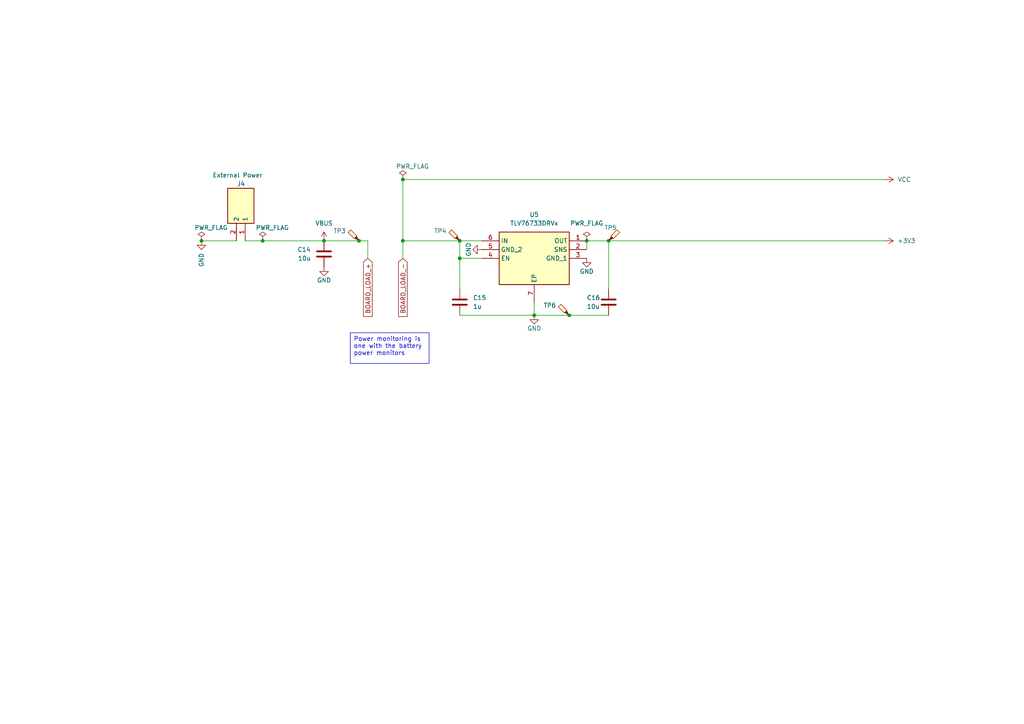
<source format=kicad_sch>
(kicad_sch (version 20231120) (generator "eeschema") (generator_version "8.0")
  (paper "A4")
  (lib_symbols
    (symbol "Connector:TestPoint_Probe" (pin_numbers hide) (pin_names (offset 0.762) hide)
      (property "Reference" "TP" (at 1.651 5.842 0))
      (property "Value" "TestPoint_Probe" (at 1.651 4.064 0))
      (symbol "TestPoint_Probe_0_1"
        (polyline (pts (xy 1.27 0.762) (xy 0 0) (xy 0.762 1.27) (xy 1.27 0.762)) (fill (type outline)))
        (polyline (pts (xy 1.397 0.635) (xy 0.635 1.397) (xy 2.413 3.175) (xy 3.175 2.413) (xy 1.397 0.635)) (fill (type background)))
      )
      (symbol "TestPoint_Probe_1_1"
        (pin passive line (at 0 0 90) (length 0) (name "1") (number "1"))
      )
    )
    (symbol "Device:C" (pin_numbers hide) (pin_names (offset 0.254))
      (property "Reference" "C" (at 0.635 2.54 0))
      (property "Value" "C" (at 0.635 -2.54 0))
      (symbol "C_0_1"
        (polyline (pts (xy -2.032 -0.762) (xy 2.032 -0.762)) (stroke (width 0.508)))
        (polyline (pts (xy -2.032 0.762) (xy 2.032 0.762)) (stroke (width 0.508)))
      )
      (symbol "C_1_1"
        (pin passive line (at 0 3.81 270) (length 2.794) (name "~") (number "1"))
        (pin passive line (at 0 -3.81 90) (length 2.794) (name "~") (number "2"))
      )
    )
    (symbol "TVSC:B2B-PH-K-S__LF__SN_"
      (property "Reference" "J" (at 16.51 7.62 0))
      (property "Value" "B2B-PH-K-S__LF__SN_" (at 16.51 5.08 0))
      (symbol "B2B-PH-K-S__LF__SN__1_1"
        (rectangle (start 5.08 2.54) (end 15.24 -5.08) (stroke (width 0.254)) (fill (type background)))
        (pin passive line (at 0 -2.54 0) (length 5.08) (name "1") (number "1"))
        (pin passive line (at 0 0 0) (length 5.08) (name "2") (number "2"))
      )
    )
    (symbol "TVSC:TLV76733DRVT"
      (property "Reference" "U" (at 26.67 7.62 0))
      (property "Value" "TLV76733DRVT" (at 26.67 5.08 0))
      (symbol "TLV76733DRVT_1_1"
        (rectangle (start 5.08 2.54) (end 25.4 -12.7) (stroke (width 0.254)) (fill (type background)))
        (pin passive line (at 0 0 0) (length 5.08) (name "OUT") (number "1"))
        (pin passive line (at 0 -2.54 0) (length 5.08) (name "SNS") (number "2"))
        (pin passive line (at 0 -5.08 0) (length 5.08) (name "GND_1") (number "3"))
        (pin passive line (at 30.48 -5.08 180) (length 5.08) (name "EN") (number "4"))
        (pin passive line (at 30.48 -2.54 180) (length 5.08) (name "GND_2") (number "5"))
        (pin passive line (at 30.48 0 180) (length 5.08) (name "IN") (number "6"))
        (pin passive line (at 15.24 -17.78 90) (length 5.08) (name "EP") (number "7"))
      )
    )
    (symbol "power:+3V3" (power) (pin_numbers hide) (pin_names (offset 0) hide)
      (property "Value" "+3V3" (at 0 3.556 0))
      (symbol "+3V3_0_1"
        (polyline (pts (xy -0.762 1.27) (xy 0 2.54)))
        (polyline (pts (xy 0 0) (xy 0 2.54)))
        (polyline (pts (xy 0 2.54) (xy 0.762 1.27)))
      )
      (symbol "+3V3_1_1"
        (pin power_in line (at 0 0 90) (length 0) (name "~") (number "1"))
      )
    )
    (symbol "power:GND" (power) (pin_numbers hide) (pin_names (offset 0) hide)
      (property "Value" "GND" (at 0 -3.81 0))
      (symbol "GND_0_1"
        (polyline (pts (xy 0 0) (xy 0 -1.27) (xy 1.27 -1.27) (xy 0 -2.54) (xy -1.27 -1.27) (xy 0 -1.27)))
      )
      (symbol "GND_1_1"
        (pin power_in line (at 0 0 270) (length 0) (name "~") (number "1"))
      )
    )
    (symbol "power:PWR_FLAG" (power) (pin_numbers hide) (pin_names (offset 0) hide)
      (property "Value" "PWR_FLAG" (at 0 3.81 0))
      (symbol "PWR_FLAG_0_0"
        (pin power_out line (at 0 0 90) (length 0) (name "~") (number "1"))
      )
      (symbol "PWR_FLAG_0_1"
        (polyline (pts (xy 0 0) (xy 0 1.27) (xy -1.016 1.905) (xy 0 2.54) (xy 1.016 1.905) (xy 0 1.27)))
      )
    )
    (symbol "power:VBUS" (power) (pin_numbers hide) (pin_names (offset 0) hide)
      (property "Value" "VBUS" (at 0 3.556 0))
      (symbol "VBUS_0_1"
        (polyline (pts (xy -0.762 1.27) (xy 0 2.54)))
        (polyline (pts (xy 0 0) (xy 0 2.54)))
        (polyline (pts (xy 0 2.54) (xy 0.762 1.27)))
      )
      (symbol "VBUS_1_1"
        (pin power_in line (at 0 0 90) (length 0) (name "~") (number "1"))
      )
    )
    (symbol "power:VCC" (power) (pin_numbers hide) (pin_names (offset 0) hide)
      (property "Value" "VCC" (at 0 3.556 0))
      (symbol "VCC_0_1"
        (polyline (pts (xy -0.762 1.27) (xy 0 2.54)))
        (polyline (pts (xy 0 0) (xy 0 2.54)))
        (polyline (pts (xy 0 2.54) (xy 0.762 1.27)))
      )
      (symbol "VCC_1_1"
        (pin power_in line (at 0 0 90) (length 0) (name "~") (number "1"))
      )
    )
  )
  (junction (at 93.98 69.85))
  (junction (at 133.35 69.85))
  (junction (at 170.18 69.85))
  (junction (at 133.35 74.93))
  (junction (at 76.2 69.85))
  (junction (at 58.42 69.85))
  (junction (at 176.53 69.85))
  (junction (at 116.84 69.85))
  (junction (at 116.84 52.07))
  (junction (at 165.1 91.44))
  (junction (at 154.94 91.44))
  (junction (at 104.14 69.85))
  (wire (pts (xy 154.94 91.44) (xy 165.1 91.44)))
  (wire (pts (xy 93.98 69.85) (xy 104.14 69.85)))
  (wire (pts (xy 116.84 52.07) (xy 256.54 52.07)))
  (wire (pts (xy 76.2 69.85) (xy 93.98 69.85)))
  (wire (pts (xy 176.53 69.85) (xy 170.18 69.85)))
  (wire (pts (xy 116.84 69.85) (xy 133.35 69.85)))
  (wire (pts (xy 133.35 74.93) (xy 139.7 74.93)))
  (wire (pts (xy 106.68 69.85) (xy 106.68 74.93)))
  (wire (pts (xy 116.84 74.93) (xy 116.84 69.85)))
  (wire (pts (xy 170.18 69.85) (xy 170.18 72.39)))
  (wire (pts (xy 176.53 69.85) (xy 176.53 83.82)))
  (wire (pts (xy 165.1 91.44) (xy 176.53 91.44)))
  (wire (pts (xy 58.42 69.85) (xy 68.58 69.85)))
  (wire (pts (xy 133.35 69.85) (xy 139.7 69.85)))
  (wire (pts (xy 104.14 69.85) (xy 106.68 69.85)))
  (wire (pts (xy 133.35 91.44) (xy 154.94 91.44)))
  (wire (pts (xy 116.84 52.07) (xy 116.84 69.85)))
  (wire (pts (xy 176.53 69.85) (xy 256.54 69.85)))
  (wire (pts (xy 154.94 87.63) (xy 154.94 91.44)))
  (wire (pts (xy 133.35 69.85) (xy 133.35 74.93)))
  (wire (pts (xy 133.35 74.93) (xy 133.35 83.82)))
  (wire (pts (xy 71.12 69.85) (xy 76.2 69.85)))
  (text_box "Power monitoring is one with the battery power monitors" (at 101.6 96.52 0) (size 22.86 8.89) (effects (font (size 1.27 1.27)) (justify left top)))
  (global_label "BOARD_LOAD_-" (shape input) (at 116.84 74.93 270) (property "Intersheetrefs" "${INTERSHEET_REFS}" (effects (hide yes))))
  (global_label "BOARD_LOAD_+" (shape input) (at 106.68 74.93 270) (property "Intersheetrefs" "${INTERSHEET_REFS}" (effects (hide yes))))
  (symbol (lib_id "TVSC:TLV76733DRVT") (at 170.18 69.85 0) (mirror y) (unit 1)
    (property "Reference" "U5" (at 154.94 62.23 0))
    (property "Value" "TLV76733DRVx" (at 154.94 64.77 0))
    (property "Footprint" "footprints:SON65P200X200X80-7N" (effects (hide yes)))
    (property "Datasheet" "http://www.ti.com/lit/gpn/TLV767" (effects (hide yes)))
    (property "Active" "Y" (effects (hide yes)))
    (property "MPN" "C2867572" (effects (hide yes)))
    (property "Manufacturer" "Texas Instruments" (effects (hide yes)))
    (property "Manufacturer Part Number" "TLV76733DRVT" (effects (hide yes)))
    (property "Basic or Extended Component" "Extended" (effects (hide yes)))
  )
  (symbol (lib_id "power:PWR_FLAG") (at 58.42 69.85 0) (unit 1)
    (property "Reference" "#FLG02" (effects (hide yes)))
    (property "Value" "PWR_FLAG" (at 66.04 66.04 0) (effects (justify right)))
  )
  (symbol (lib_id "power:GND") (at 154.94 91.44 0) (unit 1)
    (property "Reference" "#PWR051" (effects (hide yes)))
    (property "Value" "GND" (at 154.94 95.25 0))
  )
  (symbol (lib_id "power:GND") (at 93.98 77.47 0) (unit 1)
    (property "Reference" "#PWR050" (effects (hide yes)))
    (property "Value" "GND" (at 93.98 81.28 0))
  )
  (symbol (lib_id "Connector:TestPoint_Probe") (at 104.14 69.85 0) (mirror y) (unit 1)
    (property "Reference" "TP3" (at 100.33 66.9925 0) (effects (justify left)))
    (property "Value" "TestPoint_Probe" (effects (hide yes)))
    (property "Footprint" "footprints:TestPoint_Pad_D2.5mm" (effects (hide yes)))
    (property "MPN" "NA" (effects (hide yes)))
    (property "Active" "Y" (effects (hide yes)))
  )
  (symbol (lib_id "power:GND") (at 139.7 72.39 270) (mirror x) (unit 1)
    (property "Reference" "#PWR048" (effects (hide yes)))
    (property "Value" "GND" (at 135.89 72.39 0))
  )
  (symbol (lib_id "Device:C") (at 93.98 73.66 0) (mirror y) (unit 1)
    (property "Reference" "C14" (at 90.17 72.39 0) (effects (justify left)))
    (property "Value" "10u" (at 90.17 74.93 0) (effects (justify left)))
    (property "Footprint" "footprints:Nondescript_C_0402_1005Metric" (effects (hide yes)))
    (property "Active" "Y" (effects (hide yes)))
    (property "Specs" "3.3V" (effects (hide yes)))
    (property "MPN" "C15525" (effects (hide yes)))
    (property "Manufacturer" "Samsung Electro-Mechanics" (effects (hide yes)))
    (property "Manufacturer Part Number" "CL05A106MQ5NUNC" (effects (hide yes)))
    (property "Purpose" "Voltage regulator" (effects (hide yes)))
    (property "Basic or Extended Component" "Basic" (effects (hide yes)))
  )
  (symbol (lib_id "power:PWR_FLAG") (at 116.84 52.07 0) (unit 1)
    (property "Reference" "#FLG01" (effects (hide yes)))
    (property "Value" "PWR_FLAG" (at 124.46 48.26 0) (effects (justify right)))
  )
  (symbol (lib_id "Connector:TestPoint_Probe") (at 165.1 91.44 0) (mirror y) (unit 1)
    (property "Reference" "TP6" (at 161.29 88.5825 0) (effects (justify left)))
    (property "Value" "TestPoint_Probe" (effects (hide yes)))
    (property "Footprint" "footprints:TestPoint_Pad_D2.5mm" (effects (hide yes)))
    (property "MPN" "NA" (effects (hide yes)))
    (property "Active" "Y" (effects (hide yes)))
  )
  (symbol (lib_id "power:+3V3") (at 256.54 69.85 270) (unit 1)
    (property "Reference" "#PWR047" (effects (hide yes)))
    (property "Value" "+3V3" (at 262.89 69.85 90))
  )
  (symbol (lib_id "power:VBUS") (at 93.98 69.85 0) (unit 1)
    (property "Reference" "#PWR046" (effects (hide yes)))
    (property "Value" "VBUS" (at 93.98 64.77 0))
  )
  (symbol (lib_id "TVSC:B2B-PH-K-S__LF__SN_") (at 68.58 69.85 90) (unit 1)
    (property "Reference" "J4" (at 71.12 53.34 90) (effects (justify left)))
    (property "Value" "External Power" (at 76.2 50.8 90) (effects (justify left)))
    (property "Footprint" "footprints:B2BPHKSLFSN" (effects (hide yes)))
    (property "Datasheet" "http://www.jst-mfg.com/product/pdf/eng/ePH.pdf" (effects (hide yes)))
    (property "Height" "6" (effects (hide yes)))
    (property "Manufacturer" "JST (JAPAN SOLDERLESS TERMINALS)" (effects (hide yes)))
    (property "Manufacturer Part Number" "B2B-PH-K-S (LF)(SN)" (effects (hide yes)))
    (property "MPN" "C131337" (effects (hide yes)))
    (property "Manufacturer" "JST (JAPAN SOLDERLESS TERMINALS)" (effects (hide yes)))
    (property "Manufacturer Part Number" "B2B-PH-K-S (LF)(SN)" (effects (hide yes)))
    (property "Active" "Y" (effects (hide yes)))
    (property "Basic or Extended Component" "Extended" (effects (hide yes)))
  )
  (symbol (lib_id "power:PWR_FLAG") (at 170.18 69.85 0) (unit 1)
    (property "Reference" "#FLG04" (effects (hide yes)))
    (property "Value" "PWR_FLAG" (at 170.18 64.77 0))
  )
  (symbol (lib_id "power:PWR_FLAG") (at 76.2 69.85 0) (unit 1)
    (property "Reference" "#FLG03" (effects (hide yes)))
    (property "Value" "PWR_FLAG" (at 83.82 66.04 0) (effects (justify right)))
  )
  (symbol (lib_id "power:GND") (at 170.18 74.93 0) (mirror y) (unit 1)
    (property "Reference" "#PWR049" (effects (hide yes)))
    (property "Value" "GND" (at 170.18 78.74 0))
  )
  (symbol (lib_id "Device:C") (at 133.35 87.63 0) (unit 1)
    (property "Reference" "C15" (at 137.16 86.36 0) (effects (justify left)))
    (property "Value" "1u" (at 137.16 88.9 0) (effects (justify left)))
    (property "Footprint" "footprints:Nondescript_C_0402_1005Metric" (effects (hide yes)))
    (property "MPN" "C52923" (effects (hide yes)))
    (property "Manufacturer" "Samsung Electro-Mechanics" (effects (hide yes)))
    (property "Manufacturer Part Number" "CL05A105KA5NQNC" (effects (hide yes)))
    (property "Active" "Y" (effects (hide yes)))
    (property "Purpose" "Voltage regulator" (effects (hide yes)))
    (property "Basic or Extended Component" "Basic" (effects (hide yes)))
  )
  (symbol (lib_id "power:GND") (at 58.42 69.85 0) (unit 1)
    (property "Reference" "#PWR045" (effects (hide yes)))
    (property "Value" "GND" (at 58.42 77.47 90) (effects (justify left)))
  )
  (symbol (lib_id "Connector:TestPoint_Probe") (at 133.35 69.85 0) (mirror y) (unit 1)
    (property "Reference" "TP4" (at 129.54 66.9925 0) (effects (justify left)))
    (property "Value" "TestPoint_Probe" (effects (hide yes)))
    (property "Footprint" "footprints:TestPoint_Pad_D2.5mm" (effects (hide yes)))
    (property "MPN" "NA" (effects (hide yes)))
    (property "Active" "Y" (effects (hide yes)))
  )
  (symbol (lib_id "Connector:TestPoint_Probe") (at 176.53 69.85 0) (unit 1)
    (property "Reference" "TP5" (at 175.26 66.04 0) (effects (justify left)))
    (property "Value" "TestPoint_Probe" (effects (hide yes)))
    (property "Footprint" "footprints:TestPoint_Pad_D2.5mm" (effects (hide yes)))
    (property "MPN" "NA" (effects (hide yes)))
    (property "Active" "Y" (effects (hide yes)))
  )
  (symbol (lib_id "Device:C") (at 176.53 87.63 0) (unit 1)
    (property "Reference" "C16" (at 170.18 86.36 0) (effects (justify left)))
    (property "Value" "10u" (at 170.18 88.9 0) (effects (justify left)))
    (property "Footprint" "footprints:Nondescript_C_0402_1005Metric" (effects (hide yes)))
    (property "Active" "Y" (effects (hide yes)))
    (property "Specs" "3.3V" (effects (hide yes)))
    (property "MPN" "C15525" (effects (hide yes)))
    (property "Manufacturer" "Samsung Electro-Mechanics" (effects (hide yes)))
    (property "Manufacturer Part Number" "CL05A106MQ5NUNC" (effects (hide yes)))
    (property "Purpose" "Voltage regulator" (effects (hide yes)))
    (property "Basic or Extended Component" "Basic" (effects (hide yes)))
  )
  (symbol (lib_id "power:VCC") (at 256.54 52.07 270) (unit 1)
    (property "Reference" "#PWR044" (effects (hide yes)))
    (property "Value" "VCC" (at 260.35 52.07 90) (effects (justify left)))
  )
)
</source>
